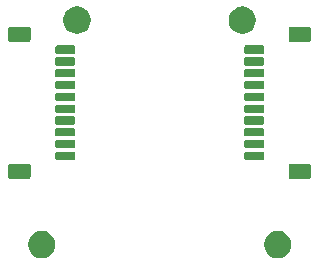
<source format=gbr>
G04 #@! TF.GenerationSoftware,KiCad,Pcbnew,5.1.5-52549c5~84~ubuntu18.04.1*
G04 #@! TF.CreationDate,2020-03-28T18:13:44-07:00*
G04 #@! TF.ProjectId,somos_wristband_2.0,736f6d6f-735f-4777-9269-737462616e64,rev?*
G04 #@! TF.SameCoordinates,Original*
G04 #@! TF.FileFunction,Soldermask,Bot*
G04 #@! TF.FilePolarity,Negative*
%FSLAX46Y46*%
G04 Gerber Fmt 4.6, Leading zero omitted, Abs format (unit mm)*
G04 Created by KiCad (PCBNEW 5.1.5-52549c5~84~ubuntu18.04.1) date 2020-03-28 18:13:44*
%MOMM*%
%LPD*%
G04 APERTURE LIST*
%ADD10C,0.100000*%
G04 APERTURE END LIST*
D10*
G36*
X160224549Y-119871116D02*
G01*
X160335734Y-119893232D01*
X160545203Y-119979997D01*
X160733720Y-120105960D01*
X160894040Y-120266280D01*
X161020003Y-120454797D01*
X161106768Y-120664266D01*
X161151000Y-120886636D01*
X161151000Y-121113364D01*
X161106768Y-121335734D01*
X161020003Y-121545203D01*
X160894040Y-121733720D01*
X160733720Y-121894040D01*
X160545203Y-122020003D01*
X160335734Y-122106768D01*
X160224549Y-122128884D01*
X160113365Y-122151000D01*
X159886635Y-122151000D01*
X159775451Y-122128884D01*
X159664266Y-122106768D01*
X159454797Y-122020003D01*
X159266280Y-121894040D01*
X159105960Y-121733720D01*
X158979997Y-121545203D01*
X158893232Y-121335734D01*
X158849000Y-121113364D01*
X158849000Y-120886636D01*
X158893232Y-120664266D01*
X158979997Y-120454797D01*
X159105960Y-120266280D01*
X159266280Y-120105960D01*
X159454797Y-119979997D01*
X159664266Y-119893232D01*
X159775451Y-119871116D01*
X159886635Y-119849000D01*
X160113365Y-119849000D01*
X160224549Y-119871116D01*
G37*
G36*
X140224549Y-119871116D02*
G01*
X140335734Y-119893232D01*
X140545203Y-119979997D01*
X140733720Y-120105960D01*
X140894040Y-120266280D01*
X141020003Y-120454797D01*
X141106768Y-120664266D01*
X141151000Y-120886636D01*
X141151000Y-121113364D01*
X141106768Y-121335734D01*
X141020003Y-121545203D01*
X140894040Y-121733720D01*
X140733720Y-121894040D01*
X140545203Y-122020003D01*
X140335734Y-122106768D01*
X140224549Y-122128884D01*
X140113365Y-122151000D01*
X139886635Y-122151000D01*
X139775451Y-122128884D01*
X139664266Y-122106768D01*
X139454797Y-122020003D01*
X139266280Y-121894040D01*
X139105960Y-121733720D01*
X138979997Y-121545203D01*
X138893232Y-121335734D01*
X138849000Y-121113364D01*
X138849000Y-120886636D01*
X138893232Y-120664266D01*
X138979997Y-120454797D01*
X139105960Y-120266280D01*
X139266280Y-120105960D01*
X139454797Y-119979997D01*
X139664266Y-119893232D01*
X139775451Y-119871116D01*
X139886635Y-119849000D01*
X140113365Y-119849000D01*
X140224549Y-119871116D01*
G37*
G36*
X162666242Y-114153404D02*
G01*
X162703337Y-114164657D01*
X162737515Y-114182925D01*
X162767481Y-114207519D01*
X162792075Y-114237485D01*
X162810343Y-114271663D01*
X162821596Y-114308758D01*
X162826000Y-114353474D01*
X162826000Y-115246526D01*
X162821596Y-115291242D01*
X162810343Y-115328337D01*
X162792075Y-115362515D01*
X162767481Y-115392481D01*
X162737515Y-115417075D01*
X162703337Y-115435343D01*
X162666242Y-115446596D01*
X162621526Y-115451000D01*
X161128474Y-115451000D01*
X161083758Y-115446596D01*
X161046663Y-115435343D01*
X161012485Y-115417075D01*
X160982519Y-115392481D01*
X160957925Y-115362515D01*
X160939657Y-115328337D01*
X160928404Y-115291242D01*
X160924000Y-115246526D01*
X160924000Y-114353474D01*
X160928404Y-114308758D01*
X160939657Y-114271663D01*
X160957925Y-114237485D01*
X160982519Y-114207519D01*
X161012485Y-114182925D01*
X161046663Y-114164657D01*
X161083758Y-114153404D01*
X161128474Y-114149000D01*
X162621526Y-114149000D01*
X162666242Y-114153404D01*
G37*
G36*
X138916242Y-114153404D02*
G01*
X138953337Y-114164657D01*
X138987515Y-114182925D01*
X139017481Y-114207519D01*
X139042075Y-114237485D01*
X139060343Y-114271663D01*
X139071596Y-114308758D01*
X139076000Y-114353474D01*
X139076000Y-115246526D01*
X139071596Y-115291242D01*
X139060343Y-115328337D01*
X139042075Y-115362515D01*
X139017481Y-115392481D01*
X138987515Y-115417075D01*
X138953337Y-115435343D01*
X138916242Y-115446596D01*
X138871526Y-115451000D01*
X137378474Y-115451000D01*
X137333758Y-115446596D01*
X137296663Y-115435343D01*
X137262485Y-115417075D01*
X137232519Y-115392481D01*
X137207925Y-115362515D01*
X137189657Y-115328337D01*
X137178404Y-115291242D01*
X137174000Y-115246526D01*
X137174000Y-114353474D01*
X137178404Y-114308758D01*
X137189657Y-114271663D01*
X137207925Y-114237485D01*
X137232519Y-114207519D01*
X137262485Y-114182925D01*
X137296663Y-114164657D01*
X137333758Y-114153404D01*
X137378474Y-114149000D01*
X138871526Y-114149000D01*
X138916242Y-114153404D01*
G37*
G36*
X142734928Y-113151764D02*
G01*
X142756009Y-113158160D01*
X142775445Y-113168548D01*
X142792476Y-113182524D01*
X142806452Y-113199555D01*
X142816840Y-113218991D01*
X142823236Y-113240072D01*
X142826000Y-113268140D01*
X142826000Y-113731860D01*
X142823236Y-113759928D01*
X142816840Y-113781009D01*
X142806452Y-113800445D01*
X142792476Y-113817476D01*
X142775445Y-113831452D01*
X142756009Y-113841840D01*
X142734928Y-113848236D01*
X142706860Y-113851000D01*
X141293140Y-113851000D01*
X141265072Y-113848236D01*
X141243991Y-113841840D01*
X141224555Y-113831452D01*
X141207524Y-113817476D01*
X141193548Y-113800445D01*
X141183160Y-113781009D01*
X141176764Y-113759928D01*
X141174000Y-113731860D01*
X141174000Y-113268140D01*
X141176764Y-113240072D01*
X141183160Y-113218991D01*
X141193548Y-113199555D01*
X141207524Y-113182524D01*
X141224555Y-113168548D01*
X141243991Y-113158160D01*
X141265072Y-113151764D01*
X141293140Y-113149000D01*
X142706860Y-113149000D01*
X142734928Y-113151764D01*
G37*
G36*
X158734928Y-113151764D02*
G01*
X158756009Y-113158160D01*
X158775445Y-113168548D01*
X158792476Y-113182524D01*
X158806452Y-113199555D01*
X158816840Y-113218991D01*
X158823236Y-113240072D01*
X158826000Y-113268140D01*
X158826000Y-113731860D01*
X158823236Y-113759928D01*
X158816840Y-113781009D01*
X158806452Y-113800445D01*
X158792476Y-113817476D01*
X158775445Y-113831452D01*
X158756009Y-113841840D01*
X158734928Y-113848236D01*
X158706860Y-113851000D01*
X157293140Y-113851000D01*
X157265072Y-113848236D01*
X157243991Y-113841840D01*
X157224555Y-113831452D01*
X157207524Y-113817476D01*
X157193548Y-113800445D01*
X157183160Y-113781009D01*
X157176764Y-113759928D01*
X157174000Y-113731860D01*
X157174000Y-113268140D01*
X157176764Y-113240072D01*
X157183160Y-113218991D01*
X157193548Y-113199555D01*
X157207524Y-113182524D01*
X157224555Y-113168548D01*
X157243991Y-113158160D01*
X157265072Y-113151764D01*
X157293140Y-113149000D01*
X158706860Y-113149000D01*
X158734928Y-113151764D01*
G37*
G36*
X158734928Y-112151764D02*
G01*
X158756009Y-112158160D01*
X158775445Y-112168548D01*
X158792476Y-112182524D01*
X158806452Y-112199555D01*
X158816840Y-112218991D01*
X158823236Y-112240072D01*
X158826000Y-112268140D01*
X158826000Y-112731860D01*
X158823236Y-112759928D01*
X158816840Y-112781009D01*
X158806452Y-112800445D01*
X158792476Y-112817476D01*
X158775445Y-112831452D01*
X158756009Y-112841840D01*
X158734928Y-112848236D01*
X158706860Y-112851000D01*
X157293140Y-112851000D01*
X157265072Y-112848236D01*
X157243991Y-112841840D01*
X157224555Y-112831452D01*
X157207524Y-112817476D01*
X157193548Y-112800445D01*
X157183160Y-112781009D01*
X157176764Y-112759928D01*
X157174000Y-112731860D01*
X157174000Y-112268140D01*
X157176764Y-112240072D01*
X157183160Y-112218991D01*
X157193548Y-112199555D01*
X157207524Y-112182524D01*
X157224555Y-112168548D01*
X157243991Y-112158160D01*
X157265072Y-112151764D01*
X157293140Y-112149000D01*
X158706860Y-112149000D01*
X158734928Y-112151764D01*
G37*
G36*
X142734928Y-112151764D02*
G01*
X142756009Y-112158160D01*
X142775445Y-112168548D01*
X142792476Y-112182524D01*
X142806452Y-112199555D01*
X142816840Y-112218991D01*
X142823236Y-112240072D01*
X142826000Y-112268140D01*
X142826000Y-112731860D01*
X142823236Y-112759928D01*
X142816840Y-112781009D01*
X142806452Y-112800445D01*
X142792476Y-112817476D01*
X142775445Y-112831452D01*
X142756009Y-112841840D01*
X142734928Y-112848236D01*
X142706860Y-112851000D01*
X141293140Y-112851000D01*
X141265072Y-112848236D01*
X141243991Y-112841840D01*
X141224555Y-112831452D01*
X141207524Y-112817476D01*
X141193548Y-112800445D01*
X141183160Y-112781009D01*
X141176764Y-112759928D01*
X141174000Y-112731860D01*
X141174000Y-112268140D01*
X141176764Y-112240072D01*
X141183160Y-112218991D01*
X141193548Y-112199555D01*
X141207524Y-112182524D01*
X141224555Y-112168548D01*
X141243991Y-112158160D01*
X141265072Y-112151764D01*
X141293140Y-112149000D01*
X142706860Y-112149000D01*
X142734928Y-112151764D01*
G37*
G36*
X142734928Y-111151764D02*
G01*
X142756009Y-111158160D01*
X142775445Y-111168548D01*
X142792476Y-111182524D01*
X142806452Y-111199555D01*
X142816840Y-111218991D01*
X142823236Y-111240072D01*
X142826000Y-111268140D01*
X142826000Y-111731860D01*
X142823236Y-111759928D01*
X142816840Y-111781009D01*
X142806452Y-111800445D01*
X142792476Y-111817476D01*
X142775445Y-111831452D01*
X142756009Y-111841840D01*
X142734928Y-111848236D01*
X142706860Y-111851000D01*
X141293140Y-111851000D01*
X141265072Y-111848236D01*
X141243991Y-111841840D01*
X141224555Y-111831452D01*
X141207524Y-111817476D01*
X141193548Y-111800445D01*
X141183160Y-111781009D01*
X141176764Y-111759928D01*
X141174000Y-111731860D01*
X141174000Y-111268140D01*
X141176764Y-111240072D01*
X141183160Y-111218991D01*
X141193548Y-111199555D01*
X141207524Y-111182524D01*
X141224555Y-111168548D01*
X141243991Y-111158160D01*
X141265072Y-111151764D01*
X141293140Y-111149000D01*
X142706860Y-111149000D01*
X142734928Y-111151764D01*
G37*
G36*
X158734928Y-111151764D02*
G01*
X158756009Y-111158160D01*
X158775445Y-111168548D01*
X158792476Y-111182524D01*
X158806452Y-111199555D01*
X158816840Y-111218991D01*
X158823236Y-111240072D01*
X158826000Y-111268140D01*
X158826000Y-111731860D01*
X158823236Y-111759928D01*
X158816840Y-111781009D01*
X158806452Y-111800445D01*
X158792476Y-111817476D01*
X158775445Y-111831452D01*
X158756009Y-111841840D01*
X158734928Y-111848236D01*
X158706860Y-111851000D01*
X157293140Y-111851000D01*
X157265072Y-111848236D01*
X157243991Y-111841840D01*
X157224555Y-111831452D01*
X157207524Y-111817476D01*
X157193548Y-111800445D01*
X157183160Y-111781009D01*
X157176764Y-111759928D01*
X157174000Y-111731860D01*
X157174000Y-111268140D01*
X157176764Y-111240072D01*
X157183160Y-111218991D01*
X157193548Y-111199555D01*
X157207524Y-111182524D01*
X157224555Y-111168548D01*
X157243991Y-111158160D01*
X157265072Y-111151764D01*
X157293140Y-111149000D01*
X158706860Y-111149000D01*
X158734928Y-111151764D01*
G37*
G36*
X158734928Y-110151764D02*
G01*
X158756009Y-110158160D01*
X158775445Y-110168548D01*
X158792476Y-110182524D01*
X158806452Y-110199555D01*
X158816840Y-110218991D01*
X158823236Y-110240072D01*
X158826000Y-110268140D01*
X158826000Y-110731860D01*
X158823236Y-110759928D01*
X158816840Y-110781009D01*
X158806452Y-110800445D01*
X158792476Y-110817476D01*
X158775445Y-110831452D01*
X158756009Y-110841840D01*
X158734928Y-110848236D01*
X158706860Y-110851000D01*
X157293140Y-110851000D01*
X157265072Y-110848236D01*
X157243991Y-110841840D01*
X157224555Y-110831452D01*
X157207524Y-110817476D01*
X157193548Y-110800445D01*
X157183160Y-110781009D01*
X157176764Y-110759928D01*
X157174000Y-110731860D01*
X157174000Y-110268140D01*
X157176764Y-110240072D01*
X157183160Y-110218991D01*
X157193548Y-110199555D01*
X157207524Y-110182524D01*
X157224555Y-110168548D01*
X157243991Y-110158160D01*
X157265072Y-110151764D01*
X157293140Y-110149000D01*
X158706860Y-110149000D01*
X158734928Y-110151764D01*
G37*
G36*
X142734928Y-110151764D02*
G01*
X142756009Y-110158160D01*
X142775445Y-110168548D01*
X142792476Y-110182524D01*
X142806452Y-110199555D01*
X142816840Y-110218991D01*
X142823236Y-110240072D01*
X142826000Y-110268140D01*
X142826000Y-110731860D01*
X142823236Y-110759928D01*
X142816840Y-110781009D01*
X142806452Y-110800445D01*
X142792476Y-110817476D01*
X142775445Y-110831452D01*
X142756009Y-110841840D01*
X142734928Y-110848236D01*
X142706860Y-110851000D01*
X141293140Y-110851000D01*
X141265072Y-110848236D01*
X141243991Y-110841840D01*
X141224555Y-110831452D01*
X141207524Y-110817476D01*
X141193548Y-110800445D01*
X141183160Y-110781009D01*
X141176764Y-110759928D01*
X141174000Y-110731860D01*
X141174000Y-110268140D01*
X141176764Y-110240072D01*
X141183160Y-110218991D01*
X141193548Y-110199555D01*
X141207524Y-110182524D01*
X141224555Y-110168548D01*
X141243991Y-110158160D01*
X141265072Y-110151764D01*
X141293140Y-110149000D01*
X142706860Y-110149000D01*
X142734928Y-110151764D01*
G37*
G36*
X158734928Y-109151764D02*
G01*
X158756009Y-109158160D01*
X158775445Y-109168548D01*
X158792476Y-109182524D01*
X158806452Y-109199555D01*
X158816840Y-109218991D01*
X158823236Y-109240072D01*
X158826000Y-109268140D01*
X158826000Y-109731860D01*
X158823236Y-109759928D01*
X158816840Y-109781009D01*
X158806452Y-109800445D01*
X158792476Y-109817476D01*
X158775445Y-109831452D01*
X158756009Y-109841840D01*
X158734928Y-109848236D01*
X158706860Y-109851000D01*
X157293140Y-109851000D01*
X157265072Y-109848236D01*
X157243991Y-109841840D01*
X157224555Y-109831452D01*
X157207524Y-109817476D01*
X157193548Y-109800445D01*
X157183160Y-109781009D01*
X157176764Y-109759928D01*
X157174000Y-109731860D01*
X157174000Y-109268140D01*
X157176764Y-109240072D01*
X157183160Y-109218991D01*
X157193548Y-109199555D01*
X157207524Y-109182524D01*
X157224555Y-109168548D01*
X157243991Y-109158160D01*
X157265072Y-109151764D01*
X157293140Y-109149000D01*
X158706860Y-109149000D01*
X158734928Y-109151764D01*
G37*
G36*
X142734928Y-109151764D02*
G01*
X142756009Y-109158160D01*
X142775445Y-109168548D01*
X142792476Y-109182524D01*
X142806452Y-109199555D01*
X142816840Y-109218991D01*
X142823236Y-109240072D01*
X142826000Y-109268140D01*
X142826000Y-109731860D01*
X142823236Y-109759928D01*
X142816840Y-109781009D01*
X142806452Y-109800445D01*
X142792476Y-109817476D01*
X142775445Y-109831452D01*
X142756009Y-109841840D01*
X142734928Y-109848236D01*
X142706860Y-109851000D01*
X141293140Y-109851000D01*
X141265072Y-109848236D01*
X141243991Y-109841840D01*
X141224555Y-109831452D01*
X141207524Y-109817476D01*
X141193548Y-109800445D01*
X141183160Y-109781009D01*
X141176764Y-109759928D01*
X141174000Y-109731860D01*
X141174000Y-109268140D01*
X141176764Y-109240072D01*
X141183160Y-109218991D01*
X141193548Y-109199555D01*
X141207524Y-109182524D01*
X141224555Y-109168548D01*
X141243991Y-109158160D01*
X141265072Y-109151764D01*
X141293140Y-109149000D01*
X142706860Y-109149000D01*
X142734928Y-109151764D01*
G37*
G36*
X158734928Y-108151764D02*
G01*
X158756009Y-108158160D01*
X158775445Y-108168548D01*
X158792476Y-108182524D01*
X158806452Y-108199555D01*
X158816840Y-108218991D01*
X158823236Y-108240072D01*
X158826000Y-108268140D01*
X158826000Y-108731860D01*
X158823236Y-108759928D01*
X158816840Y-108781009D01*
X158806452Y-108800445D01*
X158792476Y-108817476D01*
X158775445Y-108831452D01*
X158756009Y-108841840D01*
X158734928Y-108848236D01*
X158706860Y-108851000D01*
X157293140Y-108851000D01*
X157265072Y-108848236D01*
X157243991Y-108841840D01*
X157224555Y-108831452D01*
X157207524Y-108817476D01*
X157193548Y-108800445D01*
X157183160Y-108781009D01*
X157176764Y-108759928D01*
X157174000Y-108731860D01*
X157174000Y-108268140D01*
X157176764Y-108240072D01*
X157183160Y-108218991D01*
X157193548Y-108199555D01*
X157207524Y-108182524D01*
X157224555Y-108168548D01*
X157243991Y-108158160D01*
X157265072Y-108151764D01*
X157293140Y-108149000D01*
X158706860Y-108149000D01*
X158734928Y-108151764D01*
G37*
G36*
X142734928Y-108151764D02*
G01*
X142756009Y-108158160D01*
X142775445Y-108168548D01*
X142792476Y-108182524D01*
X142806452Y-108199555D01*
X142816840Y-108218991D01*
X142823236Y-108240072D01*
X142826000Y-108268140D01*
X142826000Y-108731860D01*
X142823236Y-108759928D01*
X142816840Y-108781009D01*
X142806452Y-108800445D01*
X142792476Y-108817476D01*
X142775445Y-108831452D01*
X142756009Y-108841840D01*
X142734928Y-108848236D01*
X142706860Y-108851000D01*
X141293140Y-108851000D01*
X141265072Y-108848236D01*
X141243991Y-108841840D01*
X141224555Y-108831452D01*
X141207524Y-108817476D01*
X141193548Y-108800445D01*
X141183160Y-108781009D01*
X141176764Y-108759928D01*
X141174000Y-108731860D01*
X141174000Y-108268140D01*
X141176764Y-108240072D01*
X141183160Y-108218991D01*
X141193548Y-108199555D01*
X141207524Y-108182524D01*
X141224555Y-108168548D01*
X141243991Y-108158160D01*
X141265072Y-108151764D01*
X141293140Y-108149000D01*
X142706860Y-108149000D01*
X142734928Y-108151764D01*
G37*
G36*
X142734928Y-107151764D02*
G01*
X142756009Y-107158160D01*
X142775445Y-107168548D01*
X142792476Y-107182524D01*
X142806452Y-107199555D01*
X142816840Y-107218991D01*
X142823236Y-107240072D01*
X142826000Y-107268140D01*
X142826000Y-107731860D01*
X142823236Y-107759928D01*
X142816840Y-107781009D01*
X142806452Y-107800445D01*
X142792476Y-107817476D01*
X142775445Y-107831452D01*
X142756009Y-107841840D01*
X142734928Y-107848236D01*
X142706860Y-107851000D01*
X141293140Y-107851000D01*
X141265072Y-107848236D01*
X141243991Y-107841840D01*
X141224555Y-107831452D01*
X141207524Y-107817476D01*
X141193548Y-107800445D01*
X141183160Y-107781009D01*
X141176764Y-107759928D01*
X141174000Y-107731860D01*
X141174000Y-107268140D01*
X141176764Y-107240072D01*
X141183160Y-107218991D01*
X141193548Y-107199555D01*
X141207524Y-107182524D01*
X141224555Y-107168548D01*
X141243991Y-107158160D01*
X141265072Y-107151764D01*
X141293140Y-107149000D01*
X142706860Y-107149000D01*
X142734928Y-107151764D01*
G37*
G36*
X158734928Y-107151764D02*
G01*
X158756009Y-107158160D01*
X158775445Y-107168548D01*
X158792476Y-107182524D01*
X158806452Y-107199555D01*
X158816840Y-107218991D01*
X158823236Y-107240072D01*
X158826000Y-107268140D01*
X158826000Y-107731860D01*
X158823236Y-107759928D01*
X158816840Y-107781009D01*
X158806452Y-107800445D01*
X158792476Y-107817476D01*
X158775445Y-107831452D01*
X158756009Y-107841840D01*
X158734928Y-107848236D01*
X158706860Y-107851000D01*
X157293140Y-107851000D01*
X157265072Y-107848236D01*
X157243991Y-107841840D01*
X157224555Y-107831452D01*
X157207524Y-107817476D01*
X157193548Y-107800445D01*
X157183160Y-107781009D01*
X157176764Y-107759928D01*
X157174000Y-107731860D01*
X157174000Y-107268140D01*
X157176764Y-107240072D01*
X157183160Y-107218991D01*
X157193548Y-107199555D01*
X157207524Y-107182524D01*
X157224555Y-107168548D01*
X157243991Y-107158160D01*
X157265072Y-107151764D01*
X157293140Y-107149000D01*
X158706860Y-107149000D01*
X158734928Y-107151764D01*
G37*
G36*
X142734928Y-106151764D02*
G01*
X142756009Y-106158160D01*
X142775445Y-106168548D01*
X142792476Y-106182524D01*
X142806452Y-106199555D01*
X142816840Y-106218991D01*
X142823236Y-106240072D01*
X142826000Y-106268140D01*
X142826000Y-106731860D01*
X142823236Y-106759928D01*
X142816840Y-106781009D01*
X142806452Y-106800445D01*
X142792476Y-106817476D01*
X142775445Y-106831452D01*
X142756009Y-106841840D01*
X142734928Y-106848236D01*
X142706860Y-106851000D01*
X141293140Y-106851000D01*
X141265072Y-106848236D01*
X141243991Y-106841840D01*
X141224555Y-106831452D01*
X141207524Y-106817476D01*
X141193548Y-106800445D01*
X141183160Y-106781009D01*
X141176764Y-106759928D01*
X141174000Y-106731860D01*
X141174000Y-106268140D01*
X141176764Y-106240072D01*
X141183160Y-106218991D01*
X141193548Y-106199555D01*
X141207524Y-106182524D01*
X141224555Y-106168548D01*
X141243991Y-106158160D01*
X141265072Y-106151764D01*
X141293140Y-106149000D01*
X142706860Y-106149000D01*
X142734928Y-106151764D01*
G37*
G36*
X158734928Y-106151764D02*
G01*
X158756009Y-106158160D01*
X158775445Y-106168548D01*
X158792476Y-106182524D01*
X158806452Y-106199555D01*
X158816840Y-106218991D01*
X158823236Y-106240072D01*
X158826000Y-106268140D01*
X158826000Y-106731860D01*
X158823236Y-106759928D01*
X158816840Y-106781009D01*
X158806452Y-106800445D01*
X158792476Y-106817476D01*
X158775445Y-106831452D01*
X158756009Y-106841840D01*
X158734928Y-106848236D01*
X158706860Y-106851000D01*
X157293140Y-106851000D01*
X157265072Y-106848236D01*
X157243991Y-106841840D01*
X157224555Y-106831452D01*
X157207524Y-106817476D01*
X157193548Y-106800445D01*
X157183160Y-106781009D01*
X157176764Y-106759928D01*
X157174000Y-106731860D01*
X157174000Y-106268140D01*
X157176764Y-106240072D01*
X157183160Y-106218991D01*
X157193548Y-106199555D01*
X157207524Y-106182524D01*
X157224555Y-106168548D01*
X157243991Y-106158160D01*
X157265072Y-106151764D01*
X157293140Y-106149000D01*
X158706860Y-106149000D01*
X158734928Y-106151764D01*
G37*
G36*
X142734928Y-105151764D02*
G01*
X142756009Y-105158160D01*
X142775445Y-105168548D01*
X142792476Y-105182524D01*
X142806452Y-105199555D01*
X142816840Y-105218991D01*
X142823236Y-105240072D01*
X142826000Y-105268140D01*
X142826000Y-105731860D01*
X142823236Y-105759928D01*
X142816840Y-105781009D01*
X142806452Y-105800445D01*
X142792476Y-105817476D01*
X142775445Y-105831452D01*
X142756009Y-105841840D01*
X142734928Y-105848236D01*
X142706860Y-105851000D01*
X141293140Y-105851000D01*
X141265072Y-105848236D01*
X141243991Y-105841840D01*
X141224555Y-105831452D01*
X141207524Y-105817476D01*
X141193548Y-105800445D01*
X141183160Y-105781009D01*
X141176764Y-105759928D01*
X141174000Y-105731860D01*
X141174000Y-105268140D01*
X141176764Y-105240072D01*
X141183160Y-105218991D01*
X141193548Y-105199555D01*
X141207524Y-105182524D01*
X141224555Y-105168548D01*
X141243991Y-105158160D01*
X141265072Y-105151764D01*
X141293140Y-105149000D01*
X142706860Y-105149000D01*
X142734928Y-105151764D01*
G37*
G36*
X158734928Y-105151764D02*
G01*
X158756009Y-105158160D01*
X158775445Y-105168548D01*
X158792476Y-105182524D01*
X158806452Y-105199555D01*
X158816840Y-105218991D01*
X158823236Y-105240072D01*
X158826000Y-105268140D01*
X158826000Y-105731860D01*
X158823236Y-105759928D01*
X158816840Y-105781009D01*
X158806452Y-105800445D01*
X158792476Y-105817476D01*
X158775445Y-105831452D01*
X158756009Y-105841840D01*
X158734928Y-105848236D01*
X158706860Y-105851000D01*
X157293140Y-105851000D01*
X157265072Y-105848236D01*
X157243991Y-105841840D01*
X157224555Y-105831452D01*
X157207524Y-105817476D01*
X157193548Y-105800445D01*
X157183160Y-105781009D01*
X157176764Y-105759928D01*
X157174000Y-105731860D01*
X157174000Y-105268140D01*
X157176764Y-105240072D01*
X157183160Y-105218991D01*
X157193548Y-105199555D01*
X157207524Y-105182524D01*
X157224555Y-105168548D01*
X157243991Y-105158160D01*
X157265072Y-105151764D01*
X157293140Y-105149000D01*
X158706860Y-105149000D01*
X158734928Y-105151764D01*
G37*
G36*
X158734928Y-104151764D02*
G01*
X158756009Y-104158160D01*
X158775445Y-104168548D01*
X158792476Y-104182524D01*
X158806452Y-104199555D01*
X158816840Y-104218991D01*
X158823236Y-104240072D01*
X158826000Y-104268140D01*
X158826000Y-104731860D01*
X158823236Y-104759928D01*
X158816840Y-104781009D01*
X158806452Y-104800445D01*
X158792476Y-104817476D01*
X158775445Y-104831452D01*
X158756009Y-104841840D01*
X158734928Y-104848236D01*
X158706860Y-104851000D01*
X157293140Y-104851000D01*
X157265072Y-104848236D01*
X157243991Y-104841840D01*
X157224555Y-104831452D01*
X157207524Y-104817476D01*
X157193548Y-104800445D01*
X157183160Y-104781009D01*
X157176764Y-104759928D01*
X157174000Y-104731860D01*
X157174000Y-104268140D01*
X157176764Y-104240072D01*
X157183160Y-104218991D01*
X157193548Y-104199555D01*
X157207524Y-104182524D01*
X157224555Y-104168548D01*
X157243991Y-104158160D01*
X157265072Y-104151764D01*
X157293140Y-104149000D01*
X158706860Y-104149000D01*
X158734928Y-104151764D01*
G37*
G36*
X142734928Y-104151764D02*
G01*
X142756009Y-104158160D01*
X142775445Y-104168548D01*
X142792476Y-104182524D01*
X142806452Y-104199555D01*
X142816840Y-104218991D01*
X142823236Y-104240072D01*
X142826000Y-104268140D01*
X142826000Y-104731860D01*
X142823236Y-104759928D01*
X142816840Y-104781009D01*
X142806452Y-104800445D01*
X142792476Y-104817476D01*
X142775445Y-104831452D01*
X142756009Y-104841840D01*
X142734928Y-104848236D01*
X142706860Y-104851000D01*
X141293140Y-104851000D01*
X141265072Y-104848236D01*
X141243991Y-104841840D01*
X141224555Y-104831452D01*
X141207524Y-104817476D01*
X141193548Y-104800445D01*
X141183160Y-104781009D01*
X141176764Y-104759928D01*
X141174000Y-104731860D01*
X141174000Y-104268140D01*
X141176764Y-104240072D01*
X141183160Y-104218991D01*
X141193548Y-104199555D01*
X141207524Y-104182524D01*
X141224555Y-104168548D01*
X141243991Y-104158160D01*
X141265072Y-104151764D01*
X141293140Y-104149000D01*
X142706860Y-104149000D01*
X142734928Y-104151764D01*
G37*
G36*
X162666242Y-102553404D02*
G01*
X162703337Y-102564657D01*
X162737515Y-102582925D01*
X162767481Y-102607519D01*
X162792075Y-102637485D01*
X162810343Y-102671663D01*
X162821596Y-102708758D01*
X162826000Y-102753474D01*
X162826000Y-103646526D01*
X162821596Y-103691242D01*
X162810343Y-103728337D01*
X162792075Y-103762515D01*
X162767481Y-103792481D01*
X162737515Y-103817075D01*
X162703337Y-103835343D01*
X162666242Y-103846596D01*
X162621526Y-103851000D01*
X161128474Y-103851000D01*
X161083758Y-103846596D01*
X161046663Y-103835343D01*
X161012485Y-103817075D01*
X160982519Y-103792481D01*
X160957925Y-103762515D01*
X160939657Y-103728337D01*
X160928404Y-103691242D01*
X160924000Y-103646526D01*
X160924000Y-102753474D01*
X160928404Y-102708758D01*
X160939657Y-102671663D01*
X160957925Y-102637485D01*
X160982519Y-102607519D01*
X161012485Y-102582925D01*
X161046663Y-102564657D01*
X161083758Y-102553404D01*
X161128474Y-102549000D01*
X162621526Y-102549000D01*
X162666242Y-102553404D01*
G37*
G36*
X138916242Y-102553404D02*
G01*
X138953337Y-102564657D01*
X138987515Y-102582925D01*
X139017481Y-102607519D01*
X139042075Y-102637485D01*
X139060343Y-102671663D01*
X139071596Y-102708758D01*
X139076000Y-102753474D01*
X139076000Y-103646526D01*
X139071596Y-103691242D01*
X139060343Y-103728337D01*
X139042075Y-103762515D01*
X139017481Y-103792481D01*
X138987515Y-103817075D01*
X138953337Y-103835343D01*
X138916242Y-103846596D01*
X138871526Y-103851000D01*
X137378474Y-103851000D01*
X137333758Y-103846596D01*
X137296663Y-103835343D01*
X137262485Y-103817075D01*
X137232519Y-103792481D01*
X137207925Y-103762515D01*
X137189657Y-103728337D01*
X137178404Y-103691242D01*
X137174000Y-103646526D01*
X137174000Y-102753474D01*
X137178404Y-102708758D01*
X137189657Y-102671663D01*
X137207925Y-102637485D01*
X137232519Y-102607519D01*
X137262485Y-102582925D01*
X137296663Y-102564657D01*
X137333758Y-102553404D01*
X137378474Y-102549000D01*
X138871526Y-102549000D01*
X138916242Y-102553404D01*
G37*
G36*
X143224549Y-100871116D02*
G01*
X143335734Y-100893232D01*
X143545203Y-100979997D01*
X143733720Y-101105960D01*
X143894040Y-101266280D01*
X144020003Y-101454797D01*
X144106768Y-101664266D01*
X144151000Y-101886636D01*
X144151000Y-102113364D01*
X144106768Y-102335734D01*
X144020003Y-102545203D01*
X143894040Y-102733720D01*
X143733720Y-102894040D01*
X143545203Y-103020003D01*
X143335734Y-103106768D01*
X143224549Y-103128884D01*
X143113365Y-103151000D01*
X142886635Y-103151000D01*
X142775451Y-103128884D01*
X142664266Y-103106768D01*
X142454797Y-103020003D01*
X142266280Y-102894040D01*
X142105960Y-102733720D01*
X141979997Y-102545203D01*
X141893232Y-102335734D01*
X141849000Y-102113364D01*
X141849000Y-101886636D01*
X141893232Y-101664266D01*
X141979997Y-101454797D01*
X142105960Y-101266280D01*
X142266280Y-101105960D01*
X142454797Y-100979997D01*
X142664266Y-100893232D01*
X142775451Y-100871116D01*
X142886635Y-100849000D01*
X143113365Y-100849000D01*
X143224549Y-100871116D01*
G37*
G36*
X157224549Y-100871116D02*
G01*
X157335734Y-100893232D01*
X157545203Y-100979997D01*
X157733720Y-101105960D01*
X157894040Y-101266280D01*
X158020003Y-101454797D01*
X158106768Y-101664266D01*
X158151000Y-101886636D01*
X158151000Y-102113364D01*
X158106768Y-102335734D01*
X158020003Y-102545203D01*
X157894040Y-102733720D01*
X157733720Y-102894040D01*
X157545203Y-103020003D01*
X157335734Y-103106768D01*
X157224549Y-103128884D01*
X157113365Y-103151000D01*
X156886635Y-103151000D01*
X156775451Y-103128884D01*
X156664266Y-103106768D01*
X156454797Y-103020003D01*
X156266280Y-102894040D01*
X156105960Y-102733720D01*
X155979997Y-102545203D01*
X155893232Y-102335734D01*
X155849000Y-102113364D01*
X155849000Y-101886636D01*
X155893232Y-101664266D01*
X155979997Y-101454797D01*
X156105960Y-101266280D01*
X156266280Y-101105960D01*
X156454797Y-100979997D01*
X156664266Y-100893232D01*
X156775451Y-100871116D01*
X156886635Y-100849000D01*
X157113365Y-100849000D01*
X157224549Y-100871116D01*
G37*
M02*

</source>
